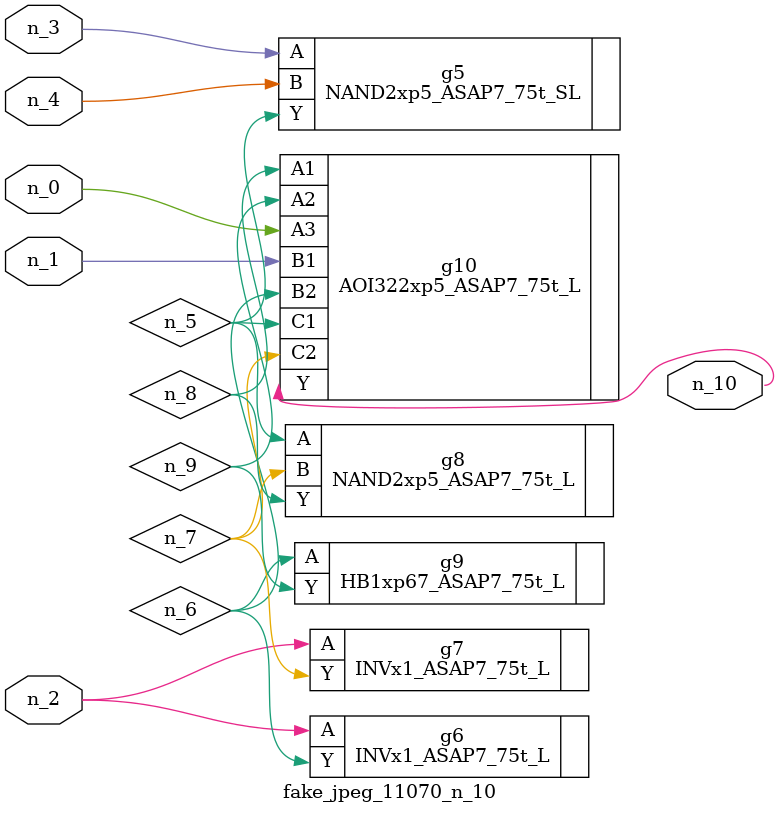
<source format=v>
module fake_jpeg_11070_n_10 (n_3, n_2, n_1, n_0, n_4, n_10);

input n_3;
input n_2;
input n_1;
input n_0;
input n_4;

output n_10;

wire n_8;
wire n_9;
wire n_6;
wire n_5;
wire n_7;

NAND2xp5_ASAP7_75t_SL g5 ( 
.A(n_3),
.B(n_4),
.Y(n_5)
);

INVx1_ASAP7_75t_L g6 ( 
.A(n_2),
.Y(n_6)
);

INVx1_ASAP7_75t_L g7 ( 
.A(n_2),
.Y(n_7)
);

NAND2xp5_ASAP7_75t_L g8 ( 
.A(n_5),
.B(n_7),
.Y(n_8)
);

AOI322xp5_ASAP7_75t_L g10 ( 
.A1(n_8),
.A2(n_9),
.A3(n_0),
.B1(n_1),
.B2(n_6),
.C1(n_5),
.C2(n_7),
.Y(n_10)
);

HB1xp67_ASAP7_75t_L g9 ( 
.A(n_6),
.Y(n_9)
);


endmodule
</source>
